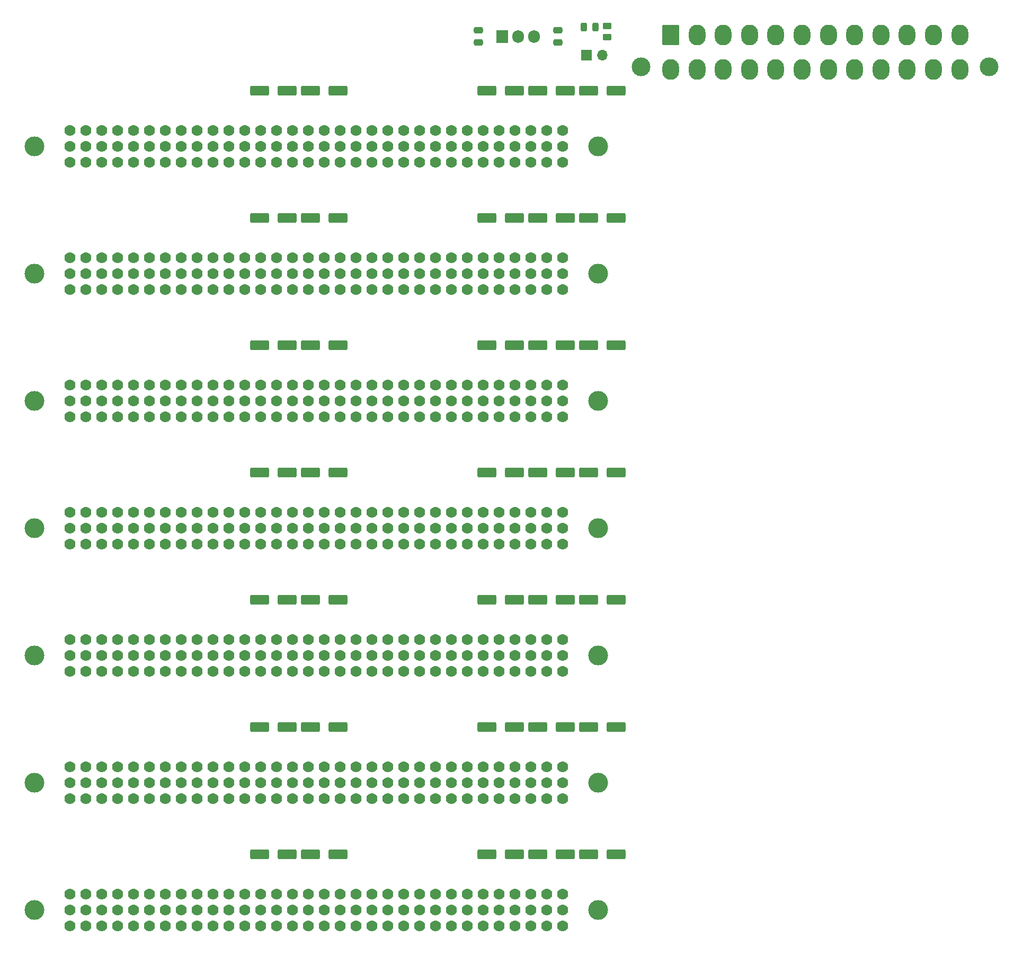
<source format=gbr>
%TF.GenerationSoftware,KiCad,Pcbnew,(6.0.7)*%
%TF.CreationDate,2023-04-17T16:20:31-06:00*%
%TF.ProjectId,Malebolge,4d616c65-626f-46c6-9765-2e6b69636164,rev?*%
%TF.SameCoordinates,Original*%
%TF.FileFunction,Soldermask,Top*%
%TF.FilePolarity,Negative*%
%FSLAX46Y46*%
G04 Gerber Fmt 4.6, Leading zero omitted, Abs format (unit mm)*
G04 Created by KiCad (PCBNEW (6.0.7)) date 2023-04-17 16:20:31*
%MOMM*%
%LPD*%
G01*
G04 APERTURE LIST*
G04 Aperture macros list*
%AMRoundRect*
0 Rectangle with rounded corners*
0 $1 Rounding radius*
0 $2 $3 $4 $5 $6 $7 $8 $9 X,Y pos of 4 corners*
0 Add a 4 corners polygon primitive as box body*
4,1,4,$2,$3,$4,$5,$6,$7,$8,$9,$2,$3,0*
0 Add four circle primitives for the rounded corners*
1,1,$1+$1,$2,$3*
1,1,$1+$1,$4,$5*
1,1,$1+$1,$6,$7*
1,1,$1+$1,$8,$9*
0 Add four rect primitives between the rounded corners*
20,1,$1+$1,$2,$3,$4,$5,0*
20,1,$1+$1,$4,$5,$6,$7,0*
20,1,$1+$1,$6,$7,$8,$9,0*
20,1,$1+$1,$8,$9,$2,$3,0*%
G04 Aperture macros list end*
%ADD10R,1.905000X2.000000*%
%ADD11O,1.905000X2.000000*%
%ADD12RoundRect,0.250000X-0.450000X0.262500X-0.450000X-0.262500X0.450000X-0.262500X0.450000X0.262500X0*%
%ADD13R,1.700000X1.700000*%
%ADD14O,1.700000X1.700000*%
%ADD15C,3.000000*%
%ADD16RoundRect,0.250001X-1.099999X-1.399999X1.099999X-1.399999X1.099999X1.399999X-1.099999X1.399999X0*%
%ADD17O,2.700000X3.300000*%
%ADD18RoundRect,0.243750X-0.243750X-0.456250X0.243750X-0.456250X0.243750X0.456250X-0.243750X0.456250X0*%
%ADD19RoundRect,0.250000X-1.250000X-0.550000X1.250000X-0.550000X1.250000X0.550000X-1.250000X0.550000X0*%
%ADD20RoundRect,0.250000X0.475000X-0.250000X0.475000X0.250000X-0.475000X0.250000X-0.475000X-0.250000X0*%
%ADD21C,1.778000*%
%ADD22C,3.175000*%
G04 APERTURE END LIST*
D10*
%TO.C,U1*%
X90678000Y-14224000D03*
D11*
X93218000Y-14224000D03*
X95758000Y-14224000D03*
%TD*%
D12*
%TO.C,R1*%
X107442000Y-12549500D03*
X107442000Y-14374500D03*
%TD*%
D13*
%TO.C,J2*%
X104160000Y-17247000D03*
D14*
X106700000Y-17247000D03*
%TD*%
D15*
%TO.C,J1*%
X168516000Y-19062000D03*
X112916000Y-19062000D03*
D16*
X117616000Y-14022000D03*
D17*
X121816000Y-14022000D03*
X126016000Y-14022000D03*
X130216000Y-14022000D03*
X134416000Y-14022000D03*
X138616000Y-14022000D03*
X142816000Y-14022000D03*
X147016000Y-14022000D03*
X151216000Y-14022000D03*
X155416000Y-14022000D03*
X159616000Y-14022000D03*
X163816000Y-14022000D03*
X117616000Y-19522000D03*
X121816000Y-19522000D03*
X126016000Y-19522000D03*
X130216000Y-19522000D03*
X134416000Y-19522000D03*
X138616000Y-19522000D03*
X142816000Y-19522000D03*
X147016000Y-19522000D03*
X151216000Y-19522000D03*
X155416000Y-19522000D03*
X159616000Y-19522000D03*
X163816000Y-19522000D03*
%TD*%
D18*
%TO.C,D1*%
X103710500Y-12700000D03*
X105585500Y-12700000D03*
%TD*%
D19*
%TO.C,C38*%
X104480000Y-144780000D03*
X108880000Y-144780000D03*
%TD*%
%TO.C,C33*%
X104480000Y-124460000D03*
X108880000Y-124460000D03*
%TD*%
%TO.C,C28*%
X104480000Y-104140000D03*
X108880000Y-104140000D03*
%TD*%
%TO.C,C23*%
X104480000Y-83820000D03*
X108880000Y-83820000D03*
%TD*%
%TO.C,C18*%
X104480000Y-63500000D03*
X108880000Y-63500000D03*
%TD*%
%TO.C,C13*%
X104480000Y-43180000D03*
X108880000Y-43180000D03*
%TD*%
%TO.C,C8*%
X104480000Y-22860000D03*
X108880000Y-22860000D03*
%TD*%
%TO.C,C37*%
X96352000Y-144780000D03*
X100752000Y-144780000D03*
%TD*%
%TO.C,C32*%
X96352000Y-124460000D03*
X100752000Y-124460000D03*
%TD*%
%TO.C,C27*%
X96352000Y-104140000D03*
X100752000Y-104140000D03*
%TD*%
%TO.C,C22*%
X96352000Y-83820000D03*
X100752000Y-83820000D03*
%TD*%
%TO.C,C17*%
X100752000Y-63500000D03*
X96352000Y-63500000D03*
%TD*%
%TO.C,C12*%
X96352000Y-43180000D03*
X100752000Y-43180000D03*
%TD*%
%TO.C,C7*%
X96352000Y-22860000D03*
X100752000Y-22860000D03*
%TD*%
%TO.C,C36*%
X88219278Y-144780000D03*
X92619278Y-144780000D03*
%TD*%
%TO.C,C31*%
X88219278Y-124460000D03*
X92619278Y-124460000D03*
%TD*%
%TO.C,C26*%
X88219278Y-104140000D03*
X92619278Y-104140000D03*
%TD*%
%TO.C,C21*%
X88219278Y-83820000D03*
X92619278Y-83820000D03*
%TD*%
%TO.C,C16*%
X88219278Y-63500000D03*
X92619278Y-63500000D03*
%TD*%
%TO.C,C11*%
X88219278Y-43180000D03*
X92619278Y-43180000D03*
%TD*%
%TO.C,C5*%
X88219278Y-22860000D03*
X92619278Y-22860000D03*
%TD*%
%TO.C,C35*%
X60030000Y-144780000D03*
X64430000Y-144780000D03*
%TD*%
%TO.C,C30*%
X60030000Y-124460000D03*
X64430000Y-124460000D03*
%TD*%
%TO.C,C25*%
X60030000Y-104140000D03*
X64430000Y-104140000D03*
%TD*%
%TO.C,C20*%
X60030000Y-83820000D03*
X64430000Y-83820000D03*
%TD*%
%TO.C,C15*%
X60030000Y-63500000D03*
X64430000Y-63500000D03*
%TD*%
%TO.C,C10*%
X60030000Y-43180000D03*
X64430000Y-43180000D03*
%TD*%
%TO.C,C4*%
X60030000Y-22860000D03*
X64430000Y-22860000D03*
%TD*%
%TO.C,C34*%
X56302000Y-144780000D03*
X51902000Y-144780000D03*
%TD*%
%TO.C,C29*%
X51902000Y-124460000D03*
X56302000Y-124460000D03*
%TD*%
%TO.C,C24*%
X51902000Y-104140000D03*
X56302000Y-104140000D03*
%TD*%
%TO.C,C19*%
X51902000Y-83820000D03*
X56302000Y-83820000D03*
%TD*%
%TO.C,C14*%
X51902000Y-63500000D03*
X56302000Y-63500000D03*
%TD*%
%TO.C,C9*%
X51902000Y-43180000D03*
X56302000Y-43180000D03*
%TD*%
%TO.C,C3*%
X51902000Y-22860000D03*
X56302000Y-22860000D03*
%TD*%
D20*
%TO.C,C2*%
X99568000Y-15179000D03*
X99568000Y-13279000D03*
%TD*%
%TO.C,C1*%
X86868000Y-15179000D03*
X86868000Y-13279000D03*
%TD*%
D21*
%TO.C,BUS7*%
X100330000Y-151130000D03*
X97790000Y-151130000D03*
X95250000Y-151130000D03*
X92710000Y-151130000D03*
X90170000Y-151130000D03*
X87630000Y-151130000D03*
X85090000Y-151130000D03*
X82550000Y-151130000D03*
X80010000Y-151130000D03*
X77470000Y-151130000D03*
X74930000Y-151130000D03*
X72390000Y-151130000D03*
X69850000Y-151130000D03*
X67310000Y-151130000D03*
X64770000Y-151130000D03*
X62230000Y-151130000D03*
X59690000Y-151130000D03*
X57150000Y-151130000D03*
X54610000Y-151130000D03*
X52070000Y-151130000D03*
X49530000Y-151130000D03*
X46990000Y-151130000D03*
X44450000Y-151130000D03*
X41910000Y-151130000D03*
X39370000Y-151130000D03*
X36830000Y-151130000D03*
X34290000Y-151130000D03*
X31750000Y-151130000D03*
X29210000Y-151130000D03*
X26670000Y-151130000D03*
X24130000Y-151130000D03*
X21590000Y-151130000D03*
X100330000Y-153670000D03*
X97790000Y-153670000D03*
X95250000Y-153670000D03*
X92710000Y-153670000D03*
X90170000Y-153670000D03*
X87630000Y-153670000D03*
X85090000Y-153670000D03*
X82550000Y-153670000D03*
X80010000Y-153670000D03*
X77470000Y-153670000D03*
X74930000Y-153670000D03*
X72390000Y-153670000D03*
X69850000Y-153670000D03*
X67310000Y-153670000D03*
X64770000Y-153670000D03*
X62230000Y-153670000D03*
X59690000Y-153670000D03*
X57150000Y-153670000D03*
X54610000Y-153670000D03*
X52070000Y-153670000D03*
X49530000Y-153670000D03*
X46990000Y-153670000D03*
X44450000Y-153670000D03*
X41910000Y-153670000D03*
X39370000Y-153670000D03*
X36830000Y-153670000D03*
X34290000Y-153670000D03*
X31750000Y-153670000D03*
X29210000Y-153670000D03*
X26670000Y-153670000D03*
X24130000Y-153670000D03*
X21590000Y-153670000D03*
X100330000Y-156210000D03*
X97790000Y-156210000D03*
X95250000Y-156210000D03*
X92710000Y-156210000D03*
X90170000Y-156210000D03*
X87630000Y-156210000D03*
X85090000Y-156210000D03*
X82550000Y-156210000D03*
X80010000Y-156210000D03*
X77470000Y-156210000D03*
X74930000Y-156210000D03*
X72390000Y-156210000D03*
X69850000Y-156210000D03*
X67310000Y-156210000D03*
X64770000Y-156210000D03*
X62230000Y-156210000D03*
X59690000Y-156210000D03*
X57150000Y-156210000D03*
X54610000Y-156210000D03*
X52070000Y-156210000D03*
X49530000Y-156210000D03*
X46990000Y-156210000D03*
X44450000Y-156210000D03*
X41910000Y-156210000D03*
X39370000Y-156210000D03*
X36830000Y-156210000D03*
X34290000Y-156210000D03*
X31750000Y-156210000D03*
X29210000Y-156210000D03*
X26670000Y-156210000D03*
X24130000Y-156210000D03*
X21590000Y-156210000D03*
D22*
X15913100Y-153670000D03*
X106006900Y-153670000D03*
%TD*%
D21*
%TO.C,BUS6*%
X100330000Y-130810000D03*
X97790000Y-130810000D03*
X95250000Y-130810000D03*
X92710000Y-130810000D03*
X90170000Y-130810000D03*
X87630000Y-130810000D03*
X85090000Y-130810000D03*
X82550000Y-130810000D03*
X80010000Y-130810000D03*
X77470000Y-130810000D03*
X74930000Y-130810000D03*
X72390000Y-130810000D03*
X69850000Y-130810000D03*
X67310000Y-130810000D03*
X64770000Y-130810000D03*
X62230000Y-130810000D03*
X59690000Y-130810000D03*
X57150000Y-130810000D03*
X54610000Y-130810000D03*
X52070000Y-130810000D03*
X49530000Y-130810000D03*
X46990000Y-130810000D03*
X44450000Y-130810000D03*
X41910000Y-130810000D03*
X39370000Y-130810000D03*
X36830000Y-130810000D03*
X34290000Y-130810000D03*
X31750000Y-130810000D03*
X29210000Y-130810000D03*
X26670000Y-130810000D03*
X24130000Y-130810000D03*
X21590000Y-130810000D03*
X100330000Y-133350000D03*
X97790000Y-133350000D03*
X95250000Y-133350000D03*
X92710000Y-133350000D03*
X90170000Y-133350000D03*
X87630000Y-133350000D03*
X85090000Y-133350000D03*
X82550000Y-133350000D03*
X80010000Y-133350000D03*
X77470000Y-133350000D03*
X74930000Y-133350000D03*
X72390000Y-133350000D03*
X69850000Y-133350000D03*
X67310000Y-133350000D03*
X64770000Y-133350000D03*
X62230000Y-133350000D03*
X59690000Y-133350000D03*
X57150000Y-133350000D03*
X54610000Y-133350000D03*
X52070000Y-133350000D03*
X49530000Y-133350000D03*
X46990000Y-133350000D03*
X44450000Y-133350000D03*
X41910000Y-133350000D03*
X39370000Y-133350000D03*
X36830000Y-133350000D03*
X34290000Y-133350000D03*
X31750000Y-133350000D03*
X29210000Y-133350000D03*
X26670000Y-133350000D03*
X24130000Y-133350000D03*
X21590000Y-133350000D03*
X100330000Y-135890000D03*
X97790000Y-135890000D03*
X95250000Y-135890000D03*
X92710000Y-135890000D03*
X90170000Y-135890000D03*
X87630000Y-135890000D03*
X85090000Y-135890000D03*
X82550000Y-135890000D03*
X80010000Y-135890000D03*
X77470000Y-135890000D03*
X74930000Y-135890000D03*
X72390000Y-135890000D03*
X69850000Y-135890000D03*
X67310000Y-135890000D03*
X64770000Y-135890000D03*
X62230000Y-135890000D03*
X59690000Y-135890000D03*
X57150000Y-135890000D03*
X54610000Y-135890000D03*
X52070000Y-135890000D03*
X49530000Y-135890000D03*
X46990000Y-135890000D03*
X44450000Y-135890000D03*
X41910000Y-135890000D03*
X39370000Y-135890000D03*
X36830000Y-135890000D03*
X34290000Y-135890000D03*
X31750000Y-135890000D03*
X29210000Y-135890000D03*
X26670000Y-135890000D03*
X24130000Y-135890000D03*
X21590000Y-135890000D03*
D22*
X15913100Y-133350000D03*
X106006900Y-133350000D03*
%TD*%
D21*
%TO.C,BUS5*%
X100330000Y-110490000D03*
X97790000Y-110490000D03*
X95250000Y-110490000D03*
X92710000Y-110490000D03*
X90170000Y-110490000D03*
X87630000Y-110490000D03*
X85090000Y-110490000D03*
X82550000Y-110490000D03*
X80010000Y-110490000D03*
X77470000Y-110490000D03*
X74930000Y-110490000D03*
X72390000Y-110490000D03*
X69850000Y-110490000D03*
X67310000Y-110490000D03*
X64770000Y-110490000D03*
X62230000Y-110490000D03*
X59690000Y-110490000D03*
X57150000Y-110490000D03*
X54610000Y-110490000D03*
X52070000Y-110490000D03*
X49530000Y-110490000D03*
X46990000Y-110490000D03*
X44450000Y-110490000D03*
X41910000Y-110490000D03*
X39370000Y-110490000D03*
X36830000Y-110490000D03*
X34290000Y-110490000D03*
X31750000Y-110490000D03*
X29210000Y-110490000D03*
X26670000Y-110490000D03*
X24130000Y-110490000D03*
X21590000Y-110490000D03*
X100330000Y-113030000D03*
X97790000Y-113030000D03*
X95250000Y-113030000D03*
X92710000Y-113030000D03*
X90170000Y-113030000D03*
X87630000Y-113030000D03*
X85090000Y-113030000D03*
X82550000Y-113030000D03*
X80010000Y-113030000D03*
X77470000Y-113030000D03*
X74930000Y-113030000D03*
X72390000Y-113030000D03*
X69850000Y-113030000D03*
X67310000Y-113030000D03*
X64770000Y-113030000D03*
X62230000Y-113030000D03*
X59690000Y-113030000D03*
X57150000Y-113030000D03*
X54610000Y-113030000D03*
X52070000Y-113030000D03*
X49530000Y-113030000D03*
X46990000Y-113030000D03*
X44450000Y-113030000D03*
X41910000Y-113030000D03*
X39370000Y-113030000D03*
X36830000Y-113030000D03*
X34290000Y-113030000D03*
X31750000Y-113030000D03*
X29210000Y-113030000D03*
X26670000Y-113030000D03*
X24130000Y-113030000D03*
X21590000Y-113030000D03*
X100330000Y-115570000D03*
X97790000Y-115570000D03*
X95250000Y-115570000D03*
X92710000Y-115570000D03*
X90170000Y-115570000D03*
X87630000Y-115570000D03*
X85090000Y-115570000D03*
X82550000Y-115570000D03*
X80010000Y-115570000D03*
X77470000Y-115570000D03*
X74930000Y-115570000D03*
X72390000Y-115570000D03*
X69850000Y-115570000D03*
X67310000Y-115570000D03*
X64770000Y-115570000D03*
X62230000Y-115570000D03*
X59690000Y-115570000D03*
X57150000Y-115570000D03*
X54610000Y-115570000D03*
X52070000Y-115570000D03*
X49530000Y-115570000D03*
X46990000Y-115570000D03*
X44450000Y-115570000D03*
X41910000Y-115570000D03*
X39370000Y-115570000D03*
X36830000Y-115570000D03*
X34290000Y-115570000D03*
X31750000Y-115570000D03*
X29210000Y-115570000D03*
X26670000Y-115570000D03*
X24130000Y-115570000D03*
X21590000Y-115570000D03*
D22*
X15913100Y-113030000D03*
X106006900Y-113030000D03*
%TD*%
D21*
%TO.C,BUS4*%
X100330000Y-90170000D03*
X97790000Y-90170000D03*
X95250000Y-90170000D03*
X92710000Y-90170000D03*
X90170000Y-90170000D03*
X87630000Y-90170000D03*
X85090000Y-90170000D03*
X82550000Y-90170000D03*
X80010000Y-90170000D03*
X77470000Y-90170000D03*
X74930000Y-90170000D03*
X72390000Y-90170000D03*
X69850000Y-90170000D03*
X67310000Y-90170000D03*
X64770000Y-90170000D03*
X62230000Y-90170000D03*
X59690000Y-90170000D03*
X57150000Y-90170000D03*
X54610000Y-90170000D03*
X52070000Y-90170000D03*
X49530000Y-90170000D03*
X46990000Y-90170000D03*
X44450000Y-90170000D03*
X41910000Y-90170000D03*
X39370000Y-90170000D03*
X36830000Y-90170000D03*
X34290000Y-90170000D03*
X31750000Y-90170000D03*
X29210000Y-90170000D03*
X26670000Y-90170000D03*
X24130000Y-90170000D03*
X21590000Y-90170000D03*
X100330000Y-92710000D03*
X97790000Y-92710000D03*
X95250000Y-92710000D03*
X92710000Y-92710000D03*
X90170000Y-92710000D03*
X87630000Y-92710000D03*
X85090000Y-92710000D03*
X82550000Y-92710000D03*
X80010000Y-92710000D03*
X77470000Y-92710000D03*
X74930000Y-92710000D03*
X72390000Y-92710000D03*
X69850000Y-92710000D03*
X67310000Y-92710000D03*
X64770000Y-92710000D03*
X62230000Y-92710000D03*
X59690000Y-92710000D03*
X57150000Y-92710000D03*
X54610000Y-92710000D03*
X52070000Y-92710000D03*
X49530000Y-92710000D03*
X46990000Y-92710000D03*
X44450000Y-92710000D03*
X41910000Y-92710000D03*
X39370000Y-92710000D03*
X36830000Y-92710000D03*
X34290000Y-92710000D03*
X31750000Y-92710000D03*
X29210000Y-92710000D03*
X26670000Y-92710000D03*
X24130000Y-92710000D03*
X21590000Y-92710000D03*
X100330000Y-95250000D03*
X97790000Y-95250000D03*
X95250000Y-95250000D03*
X92710000Y-95250000D03*
X90170000Y-95250000D03*
X87630000Y-95250000D03*
X85090000Y-95250000D03*
X82550000Y-95250000D03*
X80010000Y-95250000D03*
X77470000Y-95250000D03*
X74930000Y-95250000D03*
X72390000Y-95250000D03*
X69850000Y-95250000D03*
X67310000Y-95250000D03*
X64770000Y-95250000D03*
X62230000Y-95250000D03*
X59690000Y-95250000D03*
X57150000Y-95250000D03*
X54610000Y-95250000D03*
X52070000Y-95250000D03*
X49530000Y-95250000D03*
X46990000Y-95250000D03*
X44450000Y-95250000D03*
X41910000Y-95250000D03*
X39370000Y-95250000D03*
X36830000Y-95250000D03*
X34290000Y-95250000D03*
X31750000Y-95250000D03*
X29210000Y-95250000D03*
X26670000Y-95250000D03*
X24130000Y-95250000D03*
X21590000Y-95250000D03*
D22*
X15913100Y-92710000D03*
X106006900Y-92710000D03*
%TD*%
D21*
%TO.C,BUS3*%
X100330000Y-69850000D03*
X97790000Y-69850000D03*
X95250000Y-69850000D03*
X92710000Y-69850000D03*
X90170000Y-69850000D03*
X87630000Y-69850000D03*
X85090000Y-69850000D03*
X82550000Y-69850000D03*
X80010000Y-69850000D03*
X77470000Y-69850000D03*
X74930000Y-69850000D03*
X72390000Y-69850000D03*
X69850000Y-69850000D03*
X67310000Y-69850000D03*
X64770000Y-69850000D03*
X62230000Y-69850000D03*
X59690000Y-69850000D03*
X57150000Y-69850000D03*
X54610000Y-69850000D03*
X52070000Y-69850000D03*
X49530000Y-69850000D03*
X46990000Y-69850000D03*
X44450000Y-69850000D03*
X41910000Y-69850000D03*
X39370000Y-69850000D03*
X36830000Y-69850000D03*
X34290000Y-69850000D03*
X31750000Y-69850000D03*
X29210000Y-69850000D03*
X26670000Y-69850000D03*
X24130000Y-69850000D03*
X21590000Y-69850000D03*
X100330000Y-72390000D03*
X97790000Y-72390000D03*
X95250000Y-72390000D03*
X92710000Y-72390000D03*
X90170000Y-72390000D03*
X87630000Y-72390000D03*
X85090000Y-72390000D03*
X82550000Y-72390000D03*
X80010000Y-72390000D03*
X77470000Y-72390000D03*
X74930000Y-72390000D03*
X72390000Y-72390000D03*
X69850000Y-72390000D03*
X67310000Y-72390000D03*
X64770000Y-72390000D03*
X62230000Y-72390000D03*
X59690000Y-72390000D03*
X57150000Y-72390000D03*
X54610000Y-72390000D03*
X52070000Y-72390000D03*
X49530000Y-72390000D03*
X46990000Y-72390000D03*
X44450000Y-72390000D03*
X41910000Y-72390000D03*
X39370000Y-72390000D03*
X36830000Y-72390000D03*
X34290000Y-72390000D03*
X31750000Y-72390000D03*
X29210000Y-72390000D03*
X26670000Y-72390000D03*
X24130000Y-72390000D03*
X21590000Y-72390000D03*
X100330000Y-74930000D03*
X97790000Y-74930000D03*
X95250000Y-74930000D03*
X92710000Y-74930000D03*
X90170000Y-74930000D03*
X87630000Y-74930000D03*
X85090000Y-74930000D03*
X82550000Y-74930000D03*
X80010000Y-74930000D03*
X77470000Y-74930000D03*
X74930000Y-74930000D03*
X72390000Y-74930000D03*
X69850000Y-74930000D03*
X67310000Y-74930000D03*
X64770000Y-74930000D03*
X62230000Y-74930000D03*
X59690000Y-74930000D03*
X57150000Y-74930000D03*
X54610000Y-74930000D03*
X52070000Y-74930000D03*
X49530000Y-74930000D03*
X46990000Y-74930000D03*
X44450000Y-74930000D03*
X41910000Y-74930000D03*
X39370000Y-74930000D03*
X36830000Y-74930000D03*
X34290000Y-74930000D03*
X31750000Y-74930000D03*
X29210000Y-74930000D03*
X26670000Y-74930000D03*
X24130000Y-74930000D03*
X21590000Y-74930000D03*
D22*
X15913100Y-72390000D03*
X106006900Y-72390000D03*
%TD*%
D21*
%TO.C,BUS2*%
X100330000Y-49530000D03*
X97790000Y-49530000D03*
X95250000Y-49530000D03*
X92710000Y-49530000D03*
X90170000Y-49530000D03*
X87630000Y-49530000D03*
X85090000Y-49530000D03*
X82550000Y-49530000D03*
X80010000Y-49530000D03*
X77470000Y-49530000D03*
X74930000Y-49530000D03*
X72390000Y-49530000D03*
X69850000Y-49530000D03*
X67310000Y-49530000D03*
X64770000Y-49530000D03*
X62230000Y-49530000D03*
X59690000Y-49530000D03*
X57150000Y-49530000D03*
X54610000Y-49530000D03*
X52070000Y-49530000D03*
X49530000Y-49530000D03*
X46990000Y-49530000D03*
X44450000Y-49530000D03*
X41910000Y-49530000D03*
X39370000Y-49530000D03*
X36830000Y-49530000D03*
X34290000Y-49530000D03*
X31750000Y-49530000D03*
X29210000Y-49530000D03*
X26670000Y-49530000D03*
X24130000Y-49530000D03*
X21590000Y-49530000D03*
X100330000Y-52070000D03*
X97790000Y-52070000D03*
X95250000Y-52070000D03*
X92710000Y-52070000D03*
X90170000Y-52070000D03*
X87630000Y-52070000D03*
X85090000Y-52070000D03*
X82550000Y-52070000D03*
X80010000Y-52070000D03*
X77470000Y-52070000D03*
X74930000Y-52070000D03*
X72390000Y-52070000D03*
X69850000Y-52070000D03*
X67310000Y-52070000D03*
X64770000Y-52070000D03*
X62230000Y-52070000D03*
X59690000Y-52070000D03*
X57150000Y-52070000D03*
X54610000Y-52070000D03*
X52070000Y-52070000D03*
X49530000Y-52070000D03*
X46990000Y-52070000D03*
X44450000Y-52070000D03*
X41910000Y-52070000D03*
X39370000Y-52070000D03*
X36830000Y-52070000D03*
X34290000Y-52070000D03*
X31750000Y-52070000D03*
X29210000Y-52070000D03*
X26670000Y-52070000D03*
X24130000Y-52070000D03*
X21590000Y-52070000D03*
X100330000Y-54610000D03*
X97790000Y-54610000D03*
X95250000Y-54610000D03*
X92710000Y-54610000D03*
X90170000Y-54610000D03*
X87630000Y-54610000D03*
X85090000Y-54610000D03*
X82550000Y-54610000D03*
X80010000Y-54610000D03*
X77470000Y-54610000D03*
X74930000Y-54610000D03*
X72390000Y-54610000D03*
X69850000Y-54610000D03*
X67310000Y-54610000D03*
X64770000Y-54610000D03*
X62230000Y-54610000D03*
X59690000Y-54610000D03*
X57150000Y-54610000D03*
X54610000Y-54610000D03*
X52070000Y-54610000D03*
X49530000Y-54610000D03*
X46990000Y-54610000D03*
X44450000Y-54610000D03*
X41910000Y-54610000D03*
X39370000Y-54610000D03*
X36830000Y-54610000D03*
X34290000Y-54610000D03*
X31750000Y-54610000D03*
X29210000Y-54610000D03*
X26670000Y-54610000D03*
X24130000Y-54610000D03*
X21590000Y-54610000D03*
D22*
X15913100Y-52070000D03*
X106006900Y-52070000D03*
%TD*%
D21*
%TO.C,BUS1*%
X100330000Y-29210000D03*
X97790000Y-29210000D03*
X95250000Y-29210000D03*
X92710000Y-29210000D03*
X90170000Y-29210000D03*
X87630000Y-29210000D03*
X85090000Y-29210000D03*
X82550000Y-29210000D03*
X80010000Y-29210000D03*
X77470000Y-29210000D03*
X74930000Y-29210000D03*
X72390000Y-29210000D03*
X69850000Y-29210000D03*
X67310000Y-29210000D03*
X64770000Y-29210000D03*
X62230000Y-29210000D03*
X59690000Y-29210000D03*
X57150000Y-29210000D03*
X54610000Y-29210000D03*
X52070000Y-29210000D03*
X49530000Y-29210000D03*
X46990000Y-29210000D03*
X44450000Y-29210000D03*
X41910000Y-29210000D03*
X39370000Y-29210000D03*
X36830000Y-29210000D03*
X34290000Y-29210000D03*
X31750000Y-29210000D03*
X29210000Y-29210000D03*
X26670000Y-29210000D03*
X24130000Y-29210000D03*
X21590000Y-29210000D03*
X100330000Y-31750000D03*
X97790000Y-31750000D03*
X95250000Y-31750000D03*
X92710000Y-31750000D03*
X90170000Y-31750000D03*
X87630000Y-31750000D03*
X85090000Y-31750000D03*
X82550000Y-31750000D03*
X80010000Y-31750000D03*
X77470000Y-31750000D03*
X74930000Y-31750000D03*
X72390000Y-31750000D03*
X69850000Y-31750000D03*
X67310000Y-31750000D03*
X64770000Y-31750000D03*
X62230000Y-31750000D03*
X59690000Y-31750000D03*
X57150000Y-31750000D03*
X54610000Y-31750000D03*
X52070000Y-31750000D03*
X49530000Y-31750000D03*
X46990000Y-31750000D03*
X44450000Y-31750000D03*
X41910000Y-31750000D03*
X39370000Y-31750000D03*
X36830000Y-31750000D03*
X34290000Y-31750000D03*
X31750000Y-31750000D03*
X29210000Y-31750000D03*
X26670000Y-31750000D03*
X24130000Y-31750000D03*
X21590000Y-31750000D03*
X100330000Y-34290000D03*
X97790000Y-34290000D03*
X95250000Y-34290000D03*
X92710000Y-34290000D03*
X90170000Y-34290000D03*
X87630000Y-34290000D03*
X85090000Y-34290000D03*
X82550000Y-34290000D03*
X80010000Y-34290000D03*
X77470000Y-34290000D03*
X74930000Y-34290000D03*
X72390000Y-34290000D03*
X69850000Y-34290000D03*
X67310000Y-34290000D03*
X64770000Y-34290000D03*
X62230000Y-34290000D03*
X59690000Y-34290000D03*
X57150000Y-34290000D03*
X54610000Y-34290000D03*
X52070000Y-34290000D03*
X49530000Y-34290000D03*
X46990000Y-34290000D03*
X44450000Y-34290000D03*
X41910000Y-34290000D03*
X39370000Y-34290000D03*
X36830000Y-34290000D03*
X34290000Y-34290000D03*
X31750000Y-34290000D03*
X29210000Y-34290000D03*
X26670000Y-34290000D03*
X24130000Y-34290000D03*
X21590000Y-34290000D03*
D22*
X15913100Y-31750000D03*
X106006900Y-31750000D03*
%TD*%
M02*

</source>
